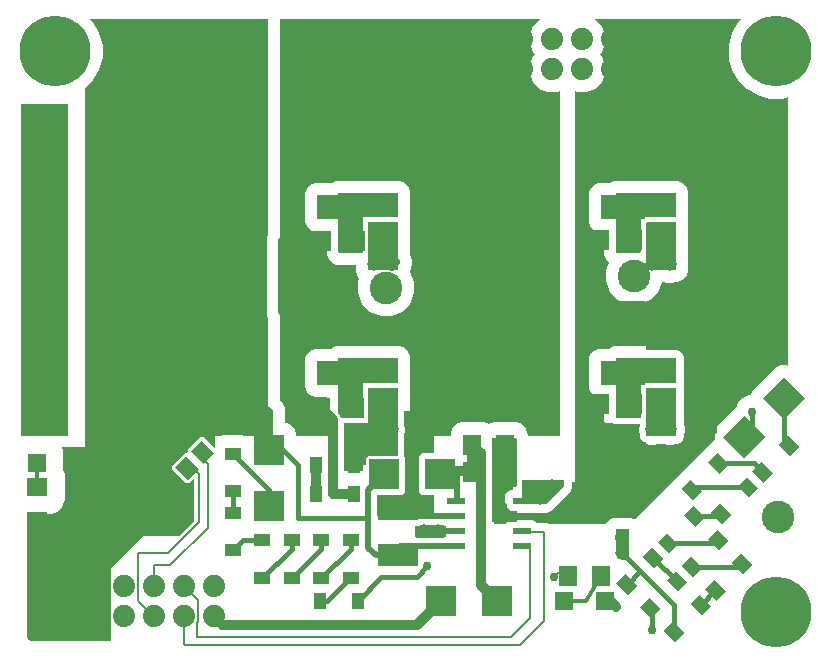
<source format=gbr>
G04 EAGLE Gerber RS-274X export*
G75*
%MOMM*%
%FSLAX34Y34*%
%LPD*%
%INTop Copper*%
%IPPOS*%
%AMOC8*
5,1,8,0,0,1.08239X$1,22.5*%
G01*
%ADD10R,1.600000X1.800000*%
%ADD11R,3.400000X1.900000*%
%ADD12R,1.520000X0.600000*%
%ADD13R,2.540000X2.540000*%
%ADD14R,1.114600X1.361200*%
%ADD15R,3.810000X2.082800*%
%ADD16R,8.890000X11.430000*%
%ADD17R,1.803000X1.600000*%
%ADD18R,1.600000X1.803000*%
%ADD19R,1.850000X5.500000*%
%ADD20R,1.361200X1.114600*%
%ADD21R,2.540000X2.540000*%
%ADD22R,1.500000X1.500000*%
%ADD23C,2.760000*%
%ADD24C,1.879600*%
%ADD25R,1.300000X1.500000*%
%ADD26C,6.000000*%
%ADD27C,0.812800*%
%ADD28C,0.508000*%
%ADD29C,0.656400*%
%ADD30C,0.756400*%
%ADD31C,0.406400*%
%ADD32C,0.304800*%
%ADD33C,1.206400*%
%ADD34C,1.156400*%
%ADD35C,0.200000*%
%ADD36C,0.150000*%
%ADD37C,0.152400*%

G36*
X360050Y121631D02*
X360050Y121631D01*
X360101Y121633D01*
X360133Y121651D01*
X360169Y121659D01*
X360208Y121692D01*
X360253Y121716D01*
X360274Y121746D01*
X360302Y121769D01*
X360323Y121816D01*
X360353Y121858D01*
X360361Y121900D01*
X360373Y121928D01*
X360372Y121958D01*
X360380Y122000D01*
X360380Y138919D01*
X360369Y138969D01*
X360367Y139020D01*
X360349Y139052D01*
X360341Y139088D01*
X360308Y139127D01*
X360284Y139172D01*
X360254Y139193D01*
X360231Y139221D01*
X360184Y139242D01*
X360142Y139272D01*
X360100Y139280D01*
X360072Y139292D01*
X360042Y139291D01*
X360000Y139299D01*
X350724Y139299D01*
X347794Y142229D01*
X347794Y171771D01*
X350724Y174701D01*
X360000Y174701D01*
X360050Y174712D01*
X360101Y174714D01*
X360133Y174732D01*
X360169Y174740D01*
X360208Y174773D01*
X360253Y174797D01*
X360274Y174827D01*
X360302Y174850D01*
X360323Y174897D01*
X360353Y174939D01*
X360361Y174981D01*
X360373Y175009D01*
X360372Y175039D01*
X360380Y175081D01*
X360380Y189620D01*
X374619Y189620D01*
X374669Y189631D01*
X374720Y189633D01*
X374752Y189651D01*
X374788Y189659D01*
X374827Y189692D01*
X374872Y189716D01*
X374893Y189746D01*
X374921Y189769D01*
X374942Y189816D01*
X374972Y189858D01*
X374980Y189900D01*
X374992Y189928D01*
X374991Y189958D01*
X374999Y190000D01*
X374999Y192989D01*
X376522Y196665D01*
X379335Y199478D01*
X383011Y201001D01*
X402989Y201001D01*
X406665Y199478D01*
X406731Y199412D01*
X406775Y199385D01*
X406812Y199350D01*
X406847Y199340D01*
X406878Y199321D01*
X406929Y199316D01*
X406978Y199301D01*
X407014Y199308D01*
X407051Y199304D01*
X407098Y199322D01*
X407149Y199331D01*
X407184Y199355D01*
X407213Y199366D01*
X407234Y199388D01*
X407269Y199412D01*
X407335Y199478D01*
X411011Y201001D01*
X430989Y201001D01*
X434665Y199478D01*
X437478Y196665D01*
X439001Y192989D01*
X439001Y192475D01*
X439001Y192473D01*
X439001Y192471D01*
X439030Y192329D01*
X440055Y189855D01*
X440092Y189803D01*
X440122Y189747D01*
X440142Y189733D01*
X440156Y189714D01*
X440212Y189684D01*
X440264Y189647D01*
X440290Y189642D01*
X440309Y189632D01*
X440346Y189631D01*
X440406Y189620D01*
X467000Y189620D01*
X467050Y189631D01*
X467101Y189633D01*
X467133Y189651D01*
X467169Y189659D01*
X467208Y189692D01*
X467253Y189716D01*
X467274Y189746D01*
X467302Y189769D01*
X467323Y189816D01*
X467353Y189858D01*
X467361Y189900D01*
X467373Y189928D01*
X467372Y189958D01*
X467380Y190000D01*
X467380Y481160D01*
X467371Y481197D01*
X467373Y481235D01*
X467352Y481280D01*
X467341Y481328D01*
X467316Y481358D01*
X467300Y481393D01*
X467262Y481424D01*
X467231Y481462D01*
X467195Y481478D01*
X467166Y481502D01*
X467117Y481513D01*
X467072Y481533D01*
X467034Y481531D01*
X466996Y481540D01*
X466937Y481528D01*
X466899Y481526D01*
X466881Y481516D01*
X466854Y481511D01*
X464659Y480601D01*
X456941Y480601D01*
X449811Y483555D01*
X444355Y489011D01*
X441401Y496141D01*
X441401Y503859D01*
X444355Y510989D01*
X445797Y512431D01*
X445824Y512474D01*
X445859Y512512D01*
X445869Y512547D01*
X445889Y512578D01*
X445893Y512629D01*
X445908Y512678D01*
X445902Y512714D01*
X445905Y512751D01*
X445887Y512798D01*
X445878Y512849D01*
X445854Y512884D01*
X445843Y512913D01*
X445821Y512934D01*
X445797Y512969D01*
X444355Y514411D01*
X441401Y521541D01*
X441401Y529259D01*
X444355Y536389D01*
X449811Y541845D01*
X450445Y542108D01*
X450455Y542115D01*
X450468Y542118D01*
X450525Y542166D01*
X450585Y542209D01*
X450592Y542220D01*
X450602Y542228D01*
X450632Y542296D01*
X450667Y542362D01*
X450667Y542375D01*
X450672Y542387D01*
X450670Y542461D01*
X450672Y542535D01*
X450666Y542547D01*
X450666Y542560D01*
X450630Y542625D01*
X450599Y542692D01*
X450589Y542701D01*
X450583Y542712D01*
X450523Y542755D01*
X450465Y542801D01*
X450452Y542804D01*
X450441Y542812D01*
X450299Y542839D01*
X230762Y542839D01*
X230712Y542828D01*
X230661Y542826D01*
X230629Y542808D01*
X230593Y542800D01*
X230554Y542767D01*
X230509Y542743D01*
X230488Y542713D01*
X230460Y542690D01*
X230439Y542643D01*
X230409Y542601D01*
X230401Y542559D01*
X230389Y542531D01*
X230390Y542501D01*
X230382Y542459D01*
X230382Y219666D01*
X230399Y219592D01*
X230401Y219579D01*
X230402Y219559D01*
X230406Y219551D01*
X230412Y219518D01*
X230419Y219507D01*
X230421Y219498D01*
X230445Y219469D01*
X230476Y219422D01*
X230485Y219407D01*
X230489Y219404D01*
X230493Y219397D01*
X231923Y217967D01*
X234065Y212798D01*
X234065Y200576D01*
X234076Y200526D01*
X234078Y200475D01*
X234096Y200443D01*
X234104Y200407D01*
X234137Y200368D01*
X234161Y200323D01*
X234191Y200302D01*
X234214Y200274D01*
X234261Y200253D01*
X234303Y200223D01*
X234345Y200215D01*
X234373Y200203D01*
X234403Y200204D01*
X234445Y200196D01*
X235689Y200196D01*
X239365Y198673D01*
X242178Y195860D01*
X243701Y192184D01*
X243701Y190000D01*
X243712Y189950D01*
X243714Y189899D01*
X243732Y189867D01*
X243740Y189831D01*
X243773Y189792D01*
X243797Y189747D01*
X243827Y189726D01*
X243850Y189698D01*
X243897Y189677D01*
X243939Y189647D01*
X243981Y189639D01*
X244009Y189627D01*
X244039Y189628D01*
X244081Y189620D01*
X274238Y189620D01*
X274288Y189631D01*
X274339Y189633D01*
X274371Y189651D01*
X274407Y189659D01*
X274446Y189692D01*
X274491Y189716D01*
X274512Y189746D01*
X274540Y189769D01*
X274561Y189816D01*
X274591Y189858D01*
X274599Y189900D01*
X274611Y189928D01*
X274610Y189958D01*
X274618Y190000D01*
X274618Y195738D01*
X274605Y195794D01*
X274605Y195804D01*
X274603Y195808D01*
X274597Y195863D01*
X274584Y195883D01*
X274579Y195907D01*
X274538Y195956D01*
X274504Y196009D01*
X274482Y196024D01*
X274469Y196040D01*
X274434Y196056D01*
X274384Y196089D01*
X274119Y196199D01*
X271199Y199119D01*
X269618Y202935D01*
X269618Y222105D01*
X269607Y222155D01*
X269605Y222206D01*
X269587Y222238D01*
X269579Y222274D01*
X269546Y222313D01*
X269522Y222358D01*
X269492Y222379D01*
X269469Y222407D01*
X269422Y222428D01*
X269380Y222458D01*
X269338Y222466D01*
X269310Y222478D01*
X269280Y222477D01*
X269238Y222485D01*
X259361Y222485D01*
X255685Y224008D01*
X252872Y226821D01*
X251349Y230497D01*
X251349Y255303D01*
X252872Y258979D01*
X255685Y261792D01*
X259361Y263315D01*
X273475Y263315D01*
X273549Y263332D01*
X273624Y263345D01*
X273634Y263352D01*
X273644Y263354D01*
X273673Y263378D01*
X273744Y263426D01*
X274119Y263801D01*
X277935Y265382D01*
X332065Y265382D01*
X335881Y263801D01*
X338801Y260881D01*
X340382Y257065D01*
X340382Y232935D01*
X340262Y232646D01*
X340249Y232570D01*
X340233Y232496D01*
X340235Y232484D01*
X340234Y232475D01*
X340245Y232439D01*
X340262Y232354D01*
X340382Y232065D01*
X340382Y210380D01*
X335762Y210380D01*
X335712Y210369D01*
X335661Y210367D01*
X335629Y210349D01*
X335593Y210341D01*
X335554Y210308D01*
X335509Y210284D01*
X335488Y210254D01*
X335460Y210231D01*
X335439Y210184D01*
X335409Y210142D01*
X335401Y210100D01*
X335389Y210072D01*
X335390Y210042D01*
X335382Y210000D01*
X335382Y198189D01*
X335382Y198187D01*
X335382Y198185D01*
X335411Y198043D01*
X335783Y197145D01*
X335783Y192855D01*
X335411Y191957D01*
X335410Y191955D01*
X335409Y191954D01*
X335382Y191811D01*
X335382Y172753D01*
X335399Y172679D01*
X335412Y172604D01*
X335419Y172594D01*
X335421Y172584D01*
X335445Y172555D01*
X335493Y172484D01*
X336206Y171771D01*
X336206Y142229D01*
X333276Y139299D01*
X312921Y139299D01*
X312871Y139288D01*
X312820Y139286D01*
X312788Y139268D01*
X312752Y139260D01*
X312713Y139227D01*
X312668Y139203D01*
X312647Y139173D01*
X312619Y139150D01*
X312598Y139103D01*
X312568Y139061D01*
X312560Y139019D01*
X312548Y138991D01*
X312549Y138961D01*
X312541Y138919D01*
X312541Y122000D01*
X312552Y121950D01*
X312554Y121899D01*
X312572Y121867D01*
X312580Y121831D01*
X312613Y121792D01*
X312637Y121747D01*
X312667Y121726D01*
X312690Y121698D01*
X312737Y121677D01*
X312779Y121647D01*
X312821Y121639D01*
X312849Y121627D01*
X312879Y121628D01*
X312921Y121620D01*
X360000Y121620D01*
X360050Y121631D01*
G37*
G36*
X83376Y16001D02*
X83376Y16001D01*
X86000Y16001D01*
X86064Y16010D01*
X86128Y16009D01*
X86203Y16030D01*
X86279Y16041D01*
X86338Y16067D01*
X86400Y16084D01*
X86466Y16125D01*
X86536Y16157D01*
X86585Y16199D01*
X86640Y16232D01*
X86692Y16290D01*
X86750Y16340D01*
X86786Y16394D01*
X86829Y16442D01*
X86862Y16511D01*
X86905Y16576D01*
X86924Y16638D01*
X86952Y16695D01*
X86963Y16765D01*
X86987Y16846D01*
X86988Y16931D01*
X86999Y17000D01*
X86999Y34334D01*
X86993Y34375D01*
X86996Y34417D01*
X86975Y34501D01*
X86959Y34613D01*
X86935Y34667D01*
X86923Y34717D01*
X86877Y34827D01*
X86877Y39173D01*
X86923Y39283D01*
X86934Y39324D01*
X86952Y39361D01*
X86965Y39446D01*
X86993Y39557D01*
X86991Y39615D01*
X86999Y39666D01*
X86999Y59734D01*
X86993Y59775D01*
X86996Y59817D01*
X86975Y59901D01*
X86959Y60013D01*
X86935Y60067D01*
X86923Y60117D01*
X86877Y60227D01*
X86877Y64573D01*
X86923Y64683D01*
X86934Y64724D01*
X86952Y64761D01*
X86965Y64846D01*
X86993Y64957D01*
X86991Y65015D01*
X86999Y65066D01*
X86999Y77586D01*
X114033Y104620D01*
X144158Y104620D01*
X144232Y104637D01*
X144307Y104650D01*
X144317Y104657D01*
X144327Y104659D01*
X144355Y104683D01*
X144427Y104731D01*
X157420Y117725D01*
X157460Y117789D01*
X157504Y117851D01*
X157506Y117863D01*
X157512Y117872D01*
X157515Y117909D01*
X157532Y117994D01*
X157532Y152764D01*
X157526Y152789D01*
X157528Y152814D01*
X157506Y152872D01*
X157492Y152932D01*
X157476Y152952D01*
X157467Y152976D01*
X157421Y153018D01*
X157382Y153066D01*
X157359Y153076D01*
X157340Y153094D01*
X157280Y153112D01*
X157224Y153137D01*
X157198Y153136D01*
X157173Y153143D01*
X157113Y153133D01*
X157051Y153130D01*
X157028Y153118D01*
X157003Y153113D01*
X156931Y153065D01*
X156899Y153047D01*
X156893Y153039D01*
X156883Y153032D01*
X153233Y149382D01*
X150747Y149382D01*
X138382Y161747D01*
X138382Y164233D01*
X149332Y175183D01*
X151437Y175183D01*
X151487Y175194D01*
X151538Y175196D01*
X151570Y175214D01*
X151606Y175222D01*
X151645Y175255D01*
X151690Y175279D01*
X151711Y175309D01*
X151739Y175332D01*
X151760Y175379D01*
X151790Y175421D01*
X151798Y175463D01*
X151810Y175490D01*
X151809Y175521D01*
X151817Y175563D01*
X151817Y177668D01*
X162767Y188618D01*
X165253Y188618D01*
X174731Y179140D01*
X174753Y179126D01*
X174769Y179106D01*
X174826Y179081D01*
X174878Y179049D01*
X174904Y179046D01*
X174928Y179036D01*
X174989Y179038D01*
X175051Y179032D01*
X175075Y179041D01*
X175101Y179042D01*
X175155Y179072D01*
X175213Y179094D01*
X175230Y179113D01*
X175253Y179125D01*
X175288Y179175D01*
X175330Y179221D01*
X175338Y179245D01*
X175353Y179267D01*
X175369Y179351D01*
X175380Y179387D01*
X175378Y179397D01*
X175380Y179409D01*
X175380Y189620D01*
X180023Y189620D01*
X180025Y189620D01*
X180027Y189620D01*
X180169Y189649D01*
X181205Y190078D01*
X198795Y190078D01*
X199831Y189649D01*
X199833Y189648D01*
X199834Y189647D01*
X199977Y189620D01*
X220000Y189620D01*
X220050Y189631D01*
X220101Y189633D01*
X220133Y189651D01*
X220169Y189659D01*
X220208Y189692D01*
X220253Y189716D01*
X220274Y189746D01*
X220302Y189769D01*
X220323Y189816D01*
X220353Y189858D01*
X220361Y189900D01*
X220373Y189928D01*
X220372Y189958D01*
X220380Y190000D01*
X220380Y288638D01*
X220380Y288640D01*
X220380Y288642D01*
X220351Y288784D01*
X218935Y292202D01*
X218935Y357178D01*
X220351Y360596D01*
X220352Y360598D01*
X220353Y360599D01*
X220361Y360640D01*
X220369Y360660D01*
X220369Y360681D01*
X220380Y360742D01*
X220380Y542459D01*
X220369Y542509D01*
X220367Y542560D01*
X220349Y542592D01*
X220341Y542628D01*
X220308Y542667D01*
X220284Y542712D01*
X220254Y542733D01*
X220231Y542761D01*
X220184Y542782D01*
X220142Y542812D01*
X220100Y542820D01*
X220072Y542832D01*
X220042Y542831D01*
X220000Y542839D01*
X69648Y542839D01*
X69623Y542833D01*
X69597Y542836D01*
X69540Y542814D01*
X69480Y542800D01*
X69460Y542783D01*
X69436Y542774D01*
X69394Y542729D01*
X69346Y542690D01*
X69335Y542666D01*
X69318Y542647D01*
X69300Y542588D01*
X69275Y542531D01*
X69276Y542506D01*
X69269Y542481D01*
X69279Y542420D01*
X69282Y542358D01*
X69294Y542336D01*
X69298Y542310D01*
X69347Y542239D01*
X69364Y542206D01*
X69373Y542200D01*
X69379Y542190D01*
X72009Y539561D01*
X77275Y530440D01*
X78148Y527181D01*
X79371Y522618D01*
X80001Y520266D01*
X80001Y509734D01*
X77275Y499560D01*
X72009Y490439D01*
X64731Y483162D01*
X64691Y483097D01*
X64647Y483035D01*
X64645Y483023D01*
X64640Y483014D01*
X64636Y482977D01*
X64620Y482893D01*
X64620Y180380D01*
X45663Y180380D01*
X45625Y180371D01*
X45587Y180373D01*
X45542Y180352D01*
X45494Y180341D01*
X45465Y180316D01*
X45430Y180300D01*
X45399Y180262D01*
X45361Y180231D01*
X45345Y180195D01*
X45321Y180166D01*
X45310Y180118D01*
X45290Y180072D01*
X45291Y180034D01*
X45283Y179996D01*
X45295Y179937D01*
X45296Y179899D01*
X45306Y179881D01*
X45312Y179854D01*
X46501Y176984D01*
X46501Y160937D01*
X46501Y160935D01*
X46501Y160933D01*
X46530Y160792D01*
X48016Y157204D01*
X48016Y135236D01*
X45732Y129723D01*
X41512Y125503D01*
X35999Y123219D01*
X16381Y123219D01*
X16331Y123208D01*
X16280Y123206D01*
X16248Y123188D01*
X16212Y123180D01*
X16173Y123147D01*
X16128Y123123D01*
X16107Y123093D01*
X16079Y123070D01*
X16058Y123023D01*
X16028Y122981D01*
X16020Y122939D01*
X16008Y122911D01*
X16009Y122881D01*
X16001Y122839D01*
X16001Y20000D01*
X16001Y19000D01*
X16011Y18927D01*
X16010Y18871D01*
X16017Y18846D01*
X16019Y18809D01*
X16034Y18766D01*
X16041Y18721D01*
X16070Y18656D01*
X16086Y18599D01*
X16100Y18575D01*
X16112Y18542D01*
X16137Y18508D01*
X16157Y18464D01*
X16201Y18413D01*
X16234Y18359D01*
X16269Y18327D01*
X16293Y18293D01*
X16553Y18034D01*
X16800Y17607D01*
X16826Y17579D01*
X16860Y17528D01*
X17528Y16860D01*
X17560Y16840D01*
X17607Y16800D01*
X18034Y16553D01*
X18293Y16293D01*
X18370Y16236D01*
X18442Y16171D01*
X18483Y16151D01*
X18519Y16124D01*
X18609Y16090D01*
X18695Y16048D01*
X18737Y16042D01*
X18783Y16025D01*
X18911Y16015D01*
X19000Y16001D01*
X20000Y16001D01*
X83376Y16001D01*
X83376Y16001D01*
G37*
G36*
X420460Y114634D02*
X420460Y114634D01*
X420524Y114641D01*
X420544Y114654D01*
X420567Y114659D01*
X420616Y114700D01*
X420670Y114734D01*
X420685Y114756D01*
X420701Y114769D01*
X420716Y114804D01*
X420750Y114855D01*
X421065Y115616D01*
X422069Y116620D01*
X424740Y116620D01*
X424814Y116637D01*
X424889Y116650D01*
X424890Y116651D01*
X430000Y116651D01*
X430050Y116662D01*
X430101Y116664D01*
X430133Y116682D01*
X430169Y116690D01*
X430208Y116723D01*
X430253Y116747D01*
X430274Y116777D01*
X430302Y116800D01*
X430323Y116847D01*
X430353Y116889D01*
X430361Y116931D01*
X430373Y116959D01*
X430372Y116989D01*
X430380Y117031D01*
X430380Y118651D01*
X443593Y118651D01*
X446166Y117585D01*
X447638Y116112D01*
X447703Y116072D01*
X447765Y116028D01*
X447777Y116026D01*
X447786Y116021D01*
X447823Y116017D01*
X447907Y116001D01*
X455591Y116001D01*
X458532Y114783D01*
X458584Y114731D01*
X458648Y114691D01*
X458710Y114647D01*
X458722Y114645D01*
X458731Y114640D01*
X458768Y114636D01*
X458852Y114620D01*
X505422Y114620D01*
X505484Y114634D01*
X505547Y114641D01*
X505568Y114654D01*
X505591Y114659D01*
X505640Y114700D01*
X505694Y114734D01*
X505709Y114756D01*
X505725Y114769D01*
X505740Y114804D01*
X505774Y114855D01*
X506199Y115881D01*
X509119Y118801D01*
X512935Y120382D01*
X527065Y120382D01*
X530263Y119057D01*
X530326Y119047D01*
X530386Y119029D01*
X530410Y119033D01*
X530434Y119029D01*
X530495Y119048D01*
X530557Y119058D01*
X530580Y119074D01*
X530600Y119080D01*
X530627Y119106D01*
X530677Y119140D01*
X598314Y186776D01*
X598354Y186841D01*
X598398Y186903D01*
X598400Y186915D01*
X598405Y186923D01*
X598409Y186960D01*
X598425Y187045D01*
X598425Y189779D01*
X599491Y192352D01*
X600269Y193130D01*
X600309Y193195D01*
X600353Y193257D01*
X600355Y193269D01*
X600360Y193277D01*
X600364Y193314D01*
X600380Y193399D01*
X600380Y197484D01*
X616573Y213677D01*
X616574Y213679D01*
X616576Y213680D01*
X616600Y213716D01*
X616611Y213725D01*
X616621Y213748D01*
X616656Y213800D01*
X618316Y217807D01*
X622193Y221684D01*
X627258Y223783D01*
X628473Y223783D01*
X628535Y223797D01*
X628598Y223804D01*
X628618Y223817D01*
X628641Y223822D01*
X628691Y223863D01*
X628744Y223897D01*
X628759Y223919D01*
X628775Y223932D01*
X628791Y223967D01*
X628824Y224017D01*
X630175Y227278D01*
X650948Y248052D01*
X654624Y249575D01*
X658603Y249575D01*
X659854Y249056D01*
X659892Y249050D01*
X659928Y249034D01*
X659977Y249036D01*
X660025Y249028D01*
X660062Y249039D01*
X660101Y249041D01*
X660144Y249064D01*
X660191Y249079D01*
X660219Y249105D01*
X660253Y249124D01*
X660281Y249164D01*
X660317Y249198D01*
X660330Y249234D01*
X660353Y249265D01*
X660364Y249325D01*
X660377Y249360D01*
X660375Y249381D01*
X660380Y249408D01*
X660380Y475874D01*
X660377Y475887D01*
X660379Y475901D01*
X660358Y475971D01*
X660341Y476043D01*
X660332Y476053D01*
X660328Y476066D01*
X660277Y476120D01*
X660231Y476176D01*
X660218Y476182D01*
X660209Y476192D01*
X660140Y476217D01*
X660072Y476247D01*
X660059Y476247D01*
X660046Y476251D01*
X659902Y476241D01*
X659899Y476241D01*
X655266Y474999D01*
X644734Y474999D01*
X634560Y477725D01*
X625439Y482991D01*
X617991Y490439D01*
X612725Y499560D01*
X610568Y507609D01*
X610568Y507610D01*
X609999Y509734D01*
X609999Y520266D01*
X612725Y530440D01*
X617991Y539561D01*
X620621Y542190D01*
X620634Y542212D01*
X620654Y542228D01*
X620679Y542285D01*
X620712Y542337D01*
X620714Y542363D01*
X620725Y542387D01*
X620723Y542448D01*
X620729Y542510D01*
X620719Y542534D01*
X620718Y542560D01*
X620689Y542614D01*
X620667Y542672D01*
X620648Y542689D01*
X620636Y542712D01*
X620585Y542747D01*
X620540Y542789D01*
X620515Y542797D01*
X620494Y542812D01*
X620409Y542828D01*
X620374Y542839D01*
X620364Y542837D01*
X620352Y542839D01*
X496701Y542839D01*
X496688Y542836D01*
X496675Y542838D01*
X496604Y542817D01*
X496532Y542800D01*
X496522Y542792D01*
X496510Y542788D01*
X496456Y542737D01*
X496398Y542690D01*
X496393Y542678D01*
X496384Y542669D01*
X496358Y542599D01*
X496328Y542531D01*
X496328Y542519D01*
X496324Y542506D01*
X496331Y542432D01*
X496334Y542358D01*
X496340Y542347D01*
X496342Y542334D01*
X496382Y542271D01*
X496417Y542206D01*
X496427Y542199D01*
X496434Y542188D01*
X496555Y542108D01*
X497189Y541845D01*
X502645Y536389D01*
X505599Y529259D01*
X505599Y521541D01*
X502645Y514411D01*
X501203Y512969D01*
X501176Y512926D01*
X501141Y512888D01*
X501131Y512853D01*
X501111Y512822D01*
X501107Y512771D01*
X501092Y512722D01*
X501098Y512686D01*
X501095Y512649D01*
X501113Y512601D01*
X501122Y512551D01*
X501146Y512516D01*
X501157Y512487D01*
X501179Y512466D01*
X501203Y512431D01*
X502645Y510989D01*
X505599Y503859D01*
X505599Y496141D01*
X502645Y489011D01*
X497189Y483555D01*
X490059Y480601D01*
X482341Y480601D01*
X480146Y481511D01*
X480108Y481517D01*
X480072Y481533D01*
X480023Y481531D01*
X479975Y481539D01*
X479938Y481528D01*
X479899Y481526D01*
X479856Y481503D01*
X479809Y481488D01*
X479781Y481462D01*
X479747Y481443D01*
X479719Y481403D01*
X479683Y481369D01*
X479670Y481333D01*
X479647Y481302D01*
X479636Y481242D01*
X479623Y481207D01*
X479625Y481186D01*
X479620Y481160D01*
X479620Y150380D01*
X477762Y150380D01*
X477712Y150369D01*
X477661Y150367D01*
X477629Y150349D01*
X477593Y150341D01*
X477554Y150308D01*
X477509Y150284D01*
X477488Y150254D01*
X477460Y150231D01*
X477439Y150184D01*
X477409Y150142D01*
X477401Y150100D01*
X477389Y150072D01*
X477389Y150057D01*
X477389Y150055D01*
X477389Y150039D01*
X477382Y150000D01*
X477382Y145532D01*
X476258Y142819D01*
X459181Y125742D01*
X456468Y124618D01*
X453586Y124618D01*
X453585Y124618D01*
X453583Y124618D01*
X453441Y124589D01*
X452543Y124217D01*
X447457Y124217D01*
X446559Y124589D01*
X446557Y124590D01*
X446556Y124591D01*
X446414Y124618D01*
X445042Y124618D01*
X445040Y124618D01*
X445038Y124618D01*
X444896Y124589D01*
X443593Y124049D01*
X430380Y124049D01*
X430380Y125669D01*
X430369Y125719D01*
X430367Y125770D01*
X430349Y125802D01*
X430341Y125838D01*
X430308Y125877D01*
X430284Y125922D01*
X430254Y125943D01*
X430231Y125971D01*
X430184Y125992D01*
X430142Y126022D01*
X430100Y126030D01*
X430072Y126042D01*
X430042Y126041D01*
X430000Y126049D01*
X424929Y126049D01*
X421999Y128979D01*
X421999Y132000D01*
X421988Y132050D01*
X421986Y132101D01*
X421968Y132133D01*
X421960Y132169D01*
X421927Y132208D01*
X421903Y132253D01*
X421873Y132274D01*
X421850Y132302D01*
X421803Y132323D01*
X421761Y132353D01*
X421719Y132361D01*
X421691Y132373D01*
X421661Y132372D01*
X421619Y132380D01*
X420380Y132380D01*
X420380Y139362D01*
X421065Y141016D01*
X423034Y142985D01*
X425607Y144051D01*
X427238Y144051D01*
X427288Y144062D01*
X427339Y144064D01*
X427371Y144082D01*
X427407Y144090D01*
X427446Y144123D01*
X427491Y144147D01*
X427512Y144177D01*
X427540Y144200D01*
X427561Y144247D01*
X427591Y144289D01*
X427599Y144331D01*
X427611Y144359D01*
X427610Y144389D01*
X427618Y144431D01*
X427618Y146620D01*
X430000Y146620D01*
X430050Y146631D01*
X430101Y146633D01*
X430133Y146651D01*
X430169Y146659D01*
X430208Y146692D01*
X430253Y146716D01*
X430274Y146746D01*
X430302Y146769D01*
X430323Y146816D01*
X430353Y146858D01*
X430361Y146900D01*
X430373Y146928D01*
X430372Y146958D01*
X430380Y147000D01*
X430380Y187000D01*
X430369Y187050D01*
X430367Y187101D01*
X430349Y187133D01*
X430341Y187169D01*
X430308Y187208D01*
X430284Y187253D01*
X430254Y187274D01*
X430231Y187302D01*
X430184Y187323D01*
X430142Y187353D01*
X430100Y187361D01*
X430072Y187373D01*
X430042Y187372D01*
X430000Y187380D01*
X410000Y187380D01*
X409950Y187369D01*
X409899Y187367D01*
X409867Y187349D01*
X409831Y187341D01*
X409792Y187308D01*
X409747Y187284D01*
X409726Y187254D01*
X409698Y187231D01*
X409677Y187184D01*
X409647Y187142D01*
X409639Y187100D01*
X409627Y187072D01*
X409628Y187042D01*
X409628Y187040D01*
X409627Y187038D01*
X409627Y187036D01*
X409620Y187000D01*
X409620Y117000D01*
X409631Y116950D01*
X409633Y116899D01*
X409651Y116867D01*
X409659Y116831D01*
X409692Y116792D01*
X409716Y116747D01*
X409746Y116726D01*
X409769Y116698D01*
X409816Y116677D01*
X409858Y116647D01*
X409900Y116639D01*
X409928Y116627D01*
X409958Y116628D01*
X410000Y116620D01*
X411065Y116620D01*
X411065Y115000D01*
X411076Y114950D01*
X411078Y114899D01*
X411096Y114867D01*
X411104Y114831D01*
X411137Y114792D01*
X411161Y114747D01*
X411191Y114726D01*
X411214Y114698D01*
X411261Y114677D01*
X411303Y114647D01*
X411345Y114639D01*
X411373Y114627D01*
X411403Y114628D01*
X411445Y114620D01*
X420399Y114620D01*
X420460Y114634D01*
G37*
G36*
X50050Y189631D02*
X50050Y189631D01*
X50101Y189633D01*
X50133Y189651D01*
X50169Y189659D01*
X50208Y189692D01*
X50253Y189716D01*
X50274Y189746D01*
X50302Y189769D01*
X50323Y189816D01*
X50353Y189858D01*
X50361Y189900D01*
X50373Y189928D01*
X50372Y189958D01*
X50380Y190000D01*
X50380Y470000D01*
X50369Y470050D01*
X50367Y470101D01*
X50349Y470133D01*
X50341Y470169D01*
X50308Y470208D01*
X50284Y470253D01*
X50254Y470274D01*
X50231Y470302D01*
X50184Y470323D01*
X50142Y470353D01*
X50100Y470361D01*
X50072Y470373D01*
X50042Y470372D01*
X50000Y470380D01*
X11541Y470380D01*
X11491Y470369D01*
X11440Y470367D01*
X11408Y470349D01*
X11372Y470341D01*
X11333Y470308D01*
X11288Y470284D01*
X11267Y470254D01*
X11239Y470231D01*
X11218Y470184D01*
X11188Y470142D01*
X11180Y470100D01*
X11168Y470072D01*
X11169Y470042D01*
X11161Y470000D01*
X11161Y190000D01*
X11172Y189950D01*
X11174Y189899D01*
X11192Y189867D01*
X11200Y189831D01*
X11233Y189792D01*
X11257Y189747D01*
X11287Y189726D01*
X11310Y189698D01*
X11357Y189677D01*
X11399Y189647D01*
X11441Y189639D01*
X11469Y189627D01*
X11499Y189628D01*
X11541Y189620D01*
X50000Y189620D01*
X50050Y189631D01*
G37*
%LPC*%
G36*
X315266Y291199D02*
X315266Y291199D01*
X306518Y294823D01*
X299823Y301518D01*
X296199Y310266D01*
X296199Y319734D01*
X297386Y322600D01*
X297392Y322633D01*
X297392Y322635D01*
X297392Y322637D01*
X297397Y322663D01*
X297415Y322723D01*
X297410Y322747D01*
X297414Y322771D01*
X297396Y322832D01*
X297385Y322894D01*
X297370Y322916D01*
X297364Y322936D01*
X297338Y322964D01*
X297304Y323014D01*
X296199Y324119D01*
X294618Y327935D01*
X294618Y330817D01*
X294618Y330819D01*
X294618Y330820D01*
X294589Y330962D01*
X294217Y331861D01*
X294217Y334238D01*
X294206Y334288D01*
X294204Y334339D01*
X294186Y334371D01*
X294178Y334407D01*
X294145Y334446D01*
X294121Y334491D01*
X294091Y334512D01*
X294068Y334540D01*
X294021Y334561D01*
X293979Y334591D01*
X293937Y334599D01*
X293909Y334611D01*
X293879Y334610D01*
X293837Y334618D01*
X277935Y334618D01*
X274119Y336199D01*
X271199Y339119D01*
X269618Y342935D01*
X269618Y362105D01*
X269607Y362155D01*
X269605Y362206D01*
X269587Y362238D01*
X269579Y362274D01*
X269546Y362313D01*
X269522Y362358D01*
X269492Y362379D01*
X269469Y362407D01*
X269422Y362428D01*
X269380Y362458D01*
X269338Y362466D01*
X269310Y362478D01*
X269280Y362477D01*
X269238Y362485D01*
X259361Y362485D01*
X255685Y364008D01*
X252872Y366821D01*
X251349Y370497D01*
X251349Y395303D01*
X252872Y398979D01*
X255685Y401792D01*
X259361Y403315D01*
X273475Y403315D01*
X273549Y403332D01*
X273624Y403345D01*
X273634Y403352D01*
X273644Y403354D01*
X273673Y403378D01*
X273744Y403426D01*
X274119Y403801D01*
X277935Y405382D01*
X332065Y405382D01*
X335881Y403801D01*
X338801Y400881D01*
X340382Y397065D01*
X340382Y372935D01*
X340262Y372646D01*
X340256Y372610D01*
X340248Y372592D01*
X340249Y372568D01*
X340233Y372496D01*
X340235Y372484D01*
X340234Y372475D01*
X340245Y372439D01*
X340262Y372354D01*
X340382Y372065D01*
X340382Y343008D01*
X340389Y342975D01*
X340388Y342941D01*
X340412Y342877D01*
X340421Y342839D01*
X340432Y342826D01*
X340440Y342806D01*
X341083Y341780D01*
X341276Y340634D01*
X341290Y340602D01*
X341300Y340552D01*
X341745Y339478D01*
X341745Y337891D01*
X341751Y337864D01*
X341750Y337827D01*
X342014Y336263D01*
X341754Y335130D01*
X341755Y335095D01*
X341745Y335045D01*
X341745Y333882D01*
X341137Y332416D01*
X341133Y332389D01*
X341118Y332356D01*
X341042Y332025D01*
X341043Y331991D01*
X341033Y331940D01*
X341033Y331811D01*
X340956Y331626D01*
X340952Y331599D01*
X340937Y331566D01*
X340763Y330809D01*
X340452Y330371D01*
X340435Y330330D01*
X340409Y330293D01*
X340400Y330243D01*
X340387Y330211D01*
X340388Y330185D01*
X340382Y330151D01*
X340382Y328064D01*
X340382Y328062D01*
X340382Y328061D01*
X340411Y327919D01*
X343801Y319734D01*
X343801Y310266D01*
X340177Y301518D01*
X333482Y294823D01*
X324734Y291199D01*
X315266Y291199D01*
G37*
%LPD*%
%LPC*%
G36*
X525266Y301199D02*
X525266Y301199D01*
X516518Y304823D01*
X509823Y311518D01*
X506199Y320266D01*
X506199Y329734D01*
X508851Y336135D01*
X508861Y336198D01*
X508879Y336259D01*
X508875Y336283D01*
X508879Y336306D01*
X508860Y336367D01*
X508849Y336430D01*
X508834Y336452D01*
X508828Y336472D01*
X508802Y336499D01*
X508768Y336550D01*
X506199Y339119D01*
X504618Y342935D01*
X504618Y362105D01*
X504607Y362155D01*
X504605Y362206D01*
X504587Y362238D01*
X504579Y362274D01*
X504546Y362313D01*
X504522Y362358D01*
X504492Y362379D01*
X504469Y362407D01*
X504422Y362428D01*
X504380Y362458D01*
X504338Y362466D01*
X504310Y362478D01*
X504280Y362477D01*
X504238Y362485D01*
X499361Y362485D01*
X495685Y364008D01*
X492872Y366821D01*
X491349Y370497D01*
X491349Y395303D01*
X492872Y398979D01*
X495685Y401792D01*
X499361Y403315D01*
X508475Y403315D01*
X508549Y403332D01*
X508624Y403345D01*
X508634Y403352D01*
X508644Y403354D01*
X508673Y403378D01*
X508744Y403426D01*
X509119Y403801D01*
X512935Y405382D01*
X567065Y405382D01*
X570881Y403801D01*
X573801Y400881D01*
X575382Y397065D01*
X575382Y372935D01*
X575262Y372646D01*
X575256Y372610D01*
X575248Y372592D01*
X575249Y372568D01*
X575233Y372496D01*
X575235Y372484D01*
X575234Y372475D01*
X575245Y372439D01*
X575262Y372354D01*
X575382Y372065D01*
X575382Y339183D01*
X575382Y339181D01*
X575382Y339180D01*
X575411Y339038D01*
X575783Y338139D01*
X575783Y331861D01*
X575411Y330962D01*
X575410Y330961D01*
X575409Y330959D01*
X575382Y330817D01*
X575382Y327935D01*
X573801Y324119D01*
X570881Y321199D01*
X567065Y319618D01*
X564183Y319618D01*
X564181Y319618D01*
X564180Y319618D01*
X564038Y319589D01*
X563139Y319217D01*
X556861Y319217D01*
X555962Y319589D01*
X555961Y319590D01*
X555959Y319591D01*
X555817Y319618D01*
X553787Y319618D01*
X553725Y319604D01*
X553662Y319597D01*
X553641Y319584D01*
X553618Y319579D01*
X553569Y319538D01*
X553515Y319504D01*
X553500Y319482D01*
X553484Y319469D01*
X553469Y319434D01*
X553435Y319384D01*
X550177Y311518D01*
X543482Y304823D01*
X534734Y301199D01*
X525266Y301199D01*
G37*
%LPD*%
%LPC*%
G36*
X542457Y182217D02*
X542457Y182217D01*
X541559Y182589D01*
X541557Y182590D01*
X541556Y182591D01*
X541414Y182618D01*
X540380Y182618D01*
X540380Y184238D01*
X540369Y184288D01*
X540367Y184339D01*
X540349Y184371D01*
X540341Y184407D01*
X540308Y184446D01*
X540284Y184491D01*
X540254Y184512D01*
X540231Y184540D01*
X540184Y184561D01*
X540142Y184591D01*
X540100Y184599D01*
X540072Y184611D01*
X540042Y184610D01*
X540000Y184618D01*
X537771Y184618D01*
X534618Y187771D01*
X534618Y191811D01*
X534618Y191813D01*
X534618Y191815D01*
X534589Y191957D01*
X534217Y192855D01*
X534217Y197145D01*
X534589Y198043D01*
X534590Y198045D01*
X534591Y198046D01*
X534598Y198087D01*
X534607Y198106D01*
X534606Y198127D01*
X534618Y198189D01*
X534618Y199238D01*
X534607Y199288D01*
X534605Y199339D01*
X534587Y199371D01*
X534579Y199407D01*
X534546Y199446D01*
X534522Y199491D01*
X534492Y199512D01*
X534469Y199540D01*
X534422Y199561D01*
X534380Y199591D01*
X534338Y199599D01*
X534310Y199611D01*
X534280Y199610D01*
X534238Y199618D01*
X512771Y199618D01*
X512120Y200269D01*
X512056Y200309D01*
X511994Y200353D01*
X511982Y200355D01*
X511973Y200360D01*
X511936Y200364D01*
X511851Y200380D01*
X505676Y200380D01*
X504618Y202935D01*
X504618Y222105D01*
X504607Y222155D01*
X504605Y222206D01*
X504587Y222238D01*
X504579Y222274D01*
X504546Y222313D01*
X504522Y222358D01*
X504492Y222379D01*
X504469Y222407D01*
X504422Y222428D01*
X504380Y222458D01*
X504338Y222466D01*
X504310Y222478D01*
X504280Y222477D01*
X504238Y222485D01*
X499361Y222485D01*
X495685Y224008D01*
X492872Y226821D01*
X491349Y230497D01*
X491349Y255303D01*
X492872Y258979D01*
X495685Y261792D01*
X499361Y263315D01*
X508475Y263315D01*
X508549Y263332D01*
X508624Y263345D01*
X508634Y263352D01*
X508644Y263354D01*
X508673Y263378D01*
X508744Y263426D01*
X509119Y263801D01*
X512935Y265382D01*
X539620Y265382D01*
X539620Y262762D01*
X539631Y262712D01*
X539633Y262661D01*
X539651Y262629D01*
X539659Y262593D01*
X539692Y262554D01*
X539716Y262509D01*
X539746Y262488D01*
X539769Y262460D01*
X539816Y262439D01*
X539858Y262409D01*
X539900Y262401D01*
X539928Y262389D01*
X539958Y262390D01*
X540000Y262382D01*
X566468Y262382D01*
X569181Y261258D01*
X571258Y259181D01*
X572382Y256468D01*
X572382Y233532D01*
X572015Y232646D01*
X572007Y232599D01*
X571994Y232570D01*
X571995Y232538D01*
X571986Y232496D01*
X571988Y232484D01*
X571987Y232475D01*
X571997Y232439D01*
X571999Y232431D01*
X572000Y232397D01*
X572009Y232380D01*
X572015Y232354D01*
X572382Y231468D01*
X572382Y198586D01*
X572382Y198585D01*
X572382Y198583D01*
X572411Y198441D01*
X572783Y197543D01*
X572783Y192457D01*
X572411Y191559D01*
X572410Y191557D01*
X572409Y191556D01*
X572402Y191516D01*
X572396Y191503D01*
X572396Y191488D01*
X572382Y191414D01*
X572382Y188532D01*
X571258Y185819D01*
X569181Y183742D01*
X566468Y182618D01*
X563586Y182618D01*
X563585Y182618D01*
X563583Y182618D01*
X563441Y182589D01*
X562543Y182217D01*
X557457Y182217D01*
X556559Y182589D01*
X556557Y182590D01*
X556556Y182591D01*
X556414Y182618D01*
X548586Y182618D01*
X548585Y182618D01*
X548583Y182618D01*
X548441Y182589D01*
X547543Y182217D01*
X542457Y182217D01*
G37*
%LPD*%
G36*
X300050Y159631D02*
X300050Y159631D01*
X300101Y159633D01*
X300133Y159651D01*
X300169Y159659D01*
X300208Y159692D01*
X300253Y159716D01*
X300274Y159746D01*
X300302Y159769D01*
X300323Y159816D01*
X300353Y159858D01*
X300361Y159900D01*
X300373Y159928D01*
X300372Y159958D01*
X300380Y160000D01*
X300380Y164620D01*
X302884Y164620D01*
X302934Y164631D01*
X302985Y164633D01*
X303017Y164651D01*
X303053Y164659D01*
X303092Y164692D01*
X303137Y164716D01*
X303158Y164746D01*
X303186Y164769D01*
X303207Y164816D01*
X303237Y164858D01*
X303245Y164900D01*
X303257Y164928D01*
X303256Y164958D01*
X303264Y165000D01*
X303264Y170752D01*
X304753Y172241D01*
X330000Y172241D01*
X330050Y172252D01*
X330101Y172254D01*
X330133Y172272D01*
X330169Y172280D01*
X330208Y172313D01*
X330253Y172337D01*
X330274Y172367D01*
X330302Y172390D01*
X330323Y172437D01*
X330353Y172479D01*
X330361Y172521D01*
X330373Y172549D01*
X330372Y172579D01*
X330380Y172621D01*
X330380Y230000D01*
X330369Y230050D01*
X330367Y230101D01*
X330349Y230133D01*
X330341Y230169D01*
X330308Y230208D01*
X330284Y230253D01*
X330254Y230274D01*
X330231Y230302D01*
X330184Y230323D01*
X330142Y230353D01*
X330100Y230361D01*
X330072Y230373D01*
X330042Y230372D01*
X330000Y230380D01*
X305000Y230380D01*
X304950Y230369D01*
X304899Y230367D01*
X304867Y230349D01*
X304831Y230341D01*
X304792Y230308D01*
X304747Y230284D01*
X304726Y230254D01*
X304698Y230231D01*
X304677Y230184D01*
X304647Y230142D01*
X304639Y230100D01*
X304627Y230072D01*
X304628Y230042D01*
X304620Y230000D01*
X304620Y200380D01*
X285000Y200380D01*
X284950Y200369D01*
X284899Y200367D01*
X284867Y200349D01*
X284831Y200341D01*
X284792Y200308D01*
X284747Y200284D01*
X284726Y200254D01*
X284698Y200231D01*
X284677Y200184D01*
X284647Y200142D01*
X284639Y200100D01*
X284627Y200072D01*
X284628Y200042D01*
X284620Y200000D01*
X284620Y160000D01*
X284631Y159950D01*
X284633Y159899D01*
X284651Y159867D01*
X284659Y159831D01*
X284692Y159792D01*
X284716Y159747D01*
X284746Y159726D01*
X284769Y159698D01*
X284816Y159677D01*
X284858Y159647D01*
X284900Y159639D01*
X284928Y159627D01*
X284958Y159628D01*
X285000Y159620D01*
X300000Y159620D01*
X300050Y159631D01*
G37*
G36*
X535050Y344631D02*
X535050Y344631D01*
X535101Y344633D01*
X535133Y344651D01*
X535169Y344659D01*
X535208Y344692D01*
X535253Y344716D01*
X535274Y344746D01*
X535302Y344769D01*
X535323Y344816D01*
X535353Y344858D01*
X535361Y344900D01*
X535373Y344928D01*
X535372Y344958D01*
X535380Y345000D01*
X535380Y374620D01*
X565000Y374620D01*
X565050Y374631D01*
X565101Y374633D01*
X565133Y374651D01*
X565169Y374659D01*
X565208Y374692D01*
X565253Y374716D01*
X565274Y374746D01*
X565302Y374769D01*
X565323Y374816D01*
X565353Y374858D01*
X565361Y374900D01*
X565373Y374928D01*
X565372Y374958D01*
X565380Y375000D01*
X565380Y395000D01*
X565369Y395050D01*
X565367Y395101D01*
X565349Y395133D01*
X565341Y395169D01*
X565308Y395208D01*
X565284Y395253D01*
X565254Y395274D01*
X565231Y395302D01*
X565184Y395323D01*
X565142Y395353D01*
X565100Y395361D01*
X565072Y395373D01*
X565042Y395372D01*
X565000Y395380D01*
X515000Y395380D01*
X514950Y395369D01*
X514899Y395367D01*
X514867Y395349D01*
X514831Y395341D01*
X514792Y395308D01*
X514747Y395284D01*
X514726Y395254D01*
X514698Y395231D01*
X514677Y395184D01*
X514647Y395142D01*
X514639Y395100D01*
X514627Y395072D01*
X514628Y395042D01*
X514620Y395000D01*
X514620Y345000D01*
X514631Y344950D01*
X514633Y344899D01*
X514651Y344867D01*
X514659Y344831D01*
X514692Y344792D01*
X514716Y344747D01*
X514746Y344726D01*
X514769Y344698D01*
X514816Y344677D01*
X514858Y344647D01*
X514900Y344639D01*
X514928Y344627D01*
X514958Y344628D01*
X515000Y344620D01*
X535000Y344620D01*
X535050Y344631D01*
G37*
G36*
X300050Y344631D02*
X300050Y344631D01*
X300101Y344633D01*
X300133Y344651D01*
X300169Y344659D01*
X300208Y344692D01*
X300253Y344716D01*
X300274Y344746D01*
X300302Y344769D01*
X300323Y344816D01*
X300353Y344858D01*
X300361Y344900D01*
X300373Y344928D01*
X300372Y344958D01*
X300380Y345000D01*
X300380Y374620D01*
X330000Y374620D01*
X330050Y374631D01*
X330101Y374633D01*
X330133Y374651D01*
X330169Y374659D01*
X330208Y374692D01*
X330253Y374716D01*
X330274Y374746D01*
X330302Y374769D01*
X330323Y374816D01*
X330353Y374858D01*
X330361Y374900D01*
X330373Y374928D01*
X330372Y374958D01*
X330380Y375000D01*
X330380Y395000D01*
X330369Y395050D01*
X330367Y395101D01*
X330349Y395133D01*
X330341Y395169D01*
X330308Y395208D01*
X330284Y395253D01*
X330254Y395274D01*
X330231Y395302D01*
X330184Y395323D01*
X330142Y395353D01*
X330100Y395361D01*
X330072Y395373D01*
X330042Y395372D01*
X330000Y395380D01*
X280000Y395380D01*
X279950Y395369D01*
X279899Y395367D01*
X279867Y395349D01*
X279831Y395341D01*
X279792Y395308D01*
X279747Y395284D01*
X279726Y395254D01*
X279698Y395231D01*
X279677Y395184D01*
X279647Y395142D01*
X279639Y395100D01*
X279627Y395072D01*
X279628Y395042D01*
X279620Y395000D01*
X279620Y345000D01*
X279631Y344950D01*
X279633Y344899D01*
X279651Y344867D01*
X279659Y344831D01*
X279692Y344792D01*
X279716Y344747D01*
X279746Y344726D01*
X279769Y344698D01*
X279816Y344677D01*
X279858Y344647D01*
X279900Y344639D01*
X279928Y344627D01*
X279958Y344628D01*
X280000Y344620D01*
X300000Y344620D01*
X300050Y344631D01*
G37*
G36*
X535050Y204631D02*
X535050Y204631D01*
X535101Y204633D01*
X535133Y204651D01*
X535169Y204659D01*
X535208Y204692D01*
X535253Y204716D01*
X535274Y204746D01*
X535302Y204769D01*
X535323Y204816D01*
X535353Y204858D01*
X535361Y204900D01*
X535373Y204928D01*
X535372Y204958D01*
X535380Y205000D01*
X535380Y234620D01*
X565000Y234620D01*
X565050Y234631D01*
X565101Y234633D01*
X565133Y234651D01*
X565169Y234659D01*
X565208Y234692D01*
X565253Y234716D01*
X565274Y234746D01*
X565302Y234769D01*
X565323Y234816D01*
X565353Y234858D01*
X565361Y234900D01*
X565373Y234928D01*
X565372Y234958D01*
X565380Y235000D01*
X565380Y255000D01*
X565369Y255050D01*
X565367Y255101D01*
X565349Y255133D01*
X565341Y255169D01*
X565308Y255208D01*
X565284Y255253D01*
X565254Y255274D01*
X565231Y255302D01*
X565184Y255323D01*
X565142Y255353D01*
X565100Y255361D01*
X565072Y255373D01*
X565042Y255372D01*
X565000Y255380D01*
X515000Y255380D01*
X514950Y255369D01*
X514899Y255367D01*
X514867Y255349D01*
X514831Y255341D01*
X514792Y255308D01*
X514747Y255284D01*
X514726Y255254D01*
X514698Y255231D01*
X514677Y255184D01*
X514647Y255142D01*
X514639Y255100D01*
X514627Y255072D01*
X514628Y255042D01*
X514620Y255000D01*
X514620Y205000D01*
X514631Y204950D01*
X514633Y204899D01*
X514651Y204867D01*
X514659Y204831D01*
X514692Y204792D01*
X514716Y204747D01*
X514746Y204726D01*
X514769Y204698D01*
X514816Y204677D01*
X514858Y204647D01*
X514900Y204639D01*
X514928Y204627D01*
X514958Y204628D01*
X515000Y204620D01*
X535000Y204620D01*
X535050Y204631D01*
G37*
G36*
X300050Y204631D02*
X300050Y204631D01*
X300101Y204633D01*
X300133Y204651D01*
X300169Y204659D01*
X300208Y204692D01*
X300253Y204716D01*
X300274Y204746D01*
X300302Y204769D01*
X300323Y204816D01*
X300353Y204858D01*
X300361Y204900D01*
X300373Y204928D01*
X300372Y204958D01*
X300380Y205000D01*
X300380Y234620D01*
X330000Y234620D01*
X330050Y234631D01*
X330101Y234633D01*
X330133Y234651D01*
X330169Y234659D01*
X330208Y234692D01*
X330253Y234716D01*
X330274Y234746D01*
X330302Y234769D01*
X330323Y234816D01*
X330353Y234858D01*
X330361Y234900D01*
X330373Y234928D01*
X330372Y234958D01*
X330380Y235000D01*
X330380Y255000D01*
X330369Y255050D01*
X330367Y255101D01*
X330349Y255133D01*
X330341Y255169D01*
X330308Y255208D01*
X330284Y255253D01*
X330254Y255274D01*
X330231Y255302D01*
X330184Y255323D01*
X330142Y255353D01*
X330100Y255361D01*
X330072Y255373D01*
X330042Y255372D01*
X330000Y255380D01*
X280000Y255380D01*
X279950Y255369D01*
X279899Y255367D01*
X279867Y255349D01*
X279831Y255341D01*
X279792Y255308D01*
X279747Y255284D01*
X279726Y255254D01*
X279698Y255231D01*
X279677Y255184D01*
X279647Y255142D01*
X279639Y255100D01*
X279627Y255072D01*
X279628Y255042D01*
X279620Y255000D01*
X279620Y208038D01*
X279632Y207988D01*
X279633Y207941D01*
X279645Y207920D01*
X279650Y207889D01*
X279657Y207879D01*
X279659Y207870D01*
X279683Y207841D01*
X279709Y207802D01*
X279716Y207789D01*
X279719Y207787D01*
X279731Y207769D01*
X280599Y206901D01*
X281447Y204854D01*
X281484Y204803D01*
X281514Y204747D01*
X281534Y204733D01*
X281548Y204714D01*
X281604Y204684D01*
X281656Y204647D01*
X281683Y204642D01*
X281701Y204632D01*
X281739Y204631D01*
X281798Y204620D01*
X300000Y204620D01*
X300050Y204631D01*
G37*
G36*
X565050Y329631D02*
X565050Y329631D01*
X565101Y329633D01*
X565133Y329651D01*
X565169Y329659D01*
X565208Y329692D01*
X565253Y329716D01*
X565274Y329746D01*
X565302Y329769D01*
X565323Y329816D01*
X565353Y329858D01*
X565361Y329900D01*
X565373Y329928D01*
X565372Y329958D01*
X565380Y330000D01*
X565380Y370000D01*
X565369Y370050D01*
X565367Y370101D01*
X565349Y370133D01*
X565341Y370169D01*
X565308Y370208D01*
X565284Y370253D01*
X565254Y370274D01*
X565231Y370302D01*
X565184Y370323D01*
X565142Y370353D01*
X565100Y370361D01*
X565072Y370373D01*
X565042Y370372D01*
X565000Y370380D01*
X541095Y370380D01*
X541021Y370363D01*
X540946Y370350D01*
X540936Y370343D01*
X540926Y370341D01*
X540897Y370317D01*
X540826Y370269D01*
X540502Y369945D01*
X540000Y369945D01*
X539950Y369934D01*
X539899Y369932D01*
X539867Y369914D01*
X539831Y369906D01*
X539792Y369873D01*
X539747Y369849D01*
X539726Y369819D01*
X539698Y369796D01*
X539677Y369749D01*
X539647Y369707D01*
X539639Y369665D01*
X539627Y369637D01*
X539627Y369620D01*
X539627Y369618D01*
X539627Y369604D01*
X539620Y369565D01*
X539620Y365746D01*
X539634Y365685D01*
X539636Y365643D01*
X539645Y365625D01*
X539650Y365597D01*
X539657Y365587D01*
X539659Y365577D01*
X539683Y365548D01*
X539704Y365517D01*
X539718Y365491D01*
X539725Y365486D01*
X539731Y365477D01*
X539761Y365447D01*
X539761Y345313D01*
X539731Y345283D01*
X539691Y345218D01*
X539647Y345156D01*
X539645Y345144D01*
X539640Y345136D01*
X539636Y345099D01*
X539620Y345014D01*
X539620Y330000D01*
X539631Y329950D01*
X539633Y329899D01*
X539651Y329867D01*
X539659Y329831D01*
X539692Y329792D01*
X539716Y329747D01*
X539746Y329726D01*
X539769Y329698D01*
X539816Y329677D01*
X539858Y329647D01*
X539900Y329639D01*
X539928Y329627D01*
X539958Y329628D01*
X540000Y329620D01*
X565000Y329620D01*
X565050Y329631D01*
G37*
G36*
X565050Y189631D02*
X565050Y189631D01*
X565101Y189633D01*
X565133Y189651D01*
X565169Y189659D01*
X565208Y189692D01*
X565253Y189716D01*
X565274Y189746D01*
X565302Y189769D01*
X565323Y189816D01*
X565353Y189858D01*
X565361Y189900D01*
X565373Y189928D01*
X565372Y189958D01*
X565380Y190000D01*
X565380Y230000D01*
X565369Y230050D01*
X565367Y230101D01*
X565349Y230133D01*
X565341Y230169D01*
X565308Y230208D01*
X565284Y230253D01*
X565254Y230274D01*
X565231Y230302D01*
X565184Y230323D01*
X565142Y230353D01*
X565100Y230361D01*
X565072Y230373D01*
X565042Y230372D01*
X565000Y230380D01*
X541095Y230380D01*
X541021Y230363D01*
X540946Y230350D01*
X540936Y230343D01*
X540926Y230341D01*
X540897Y230317D01*
X540826Y230269D01*
X540502Y229945D01*
X540000Y229945D01*
X539950Y229934D01*
X539899Y229932D01*
X539867Y229914D01*
X539831Y229906D01*
X539792Y229873D01*
X539747Y229849D01*
X539726Y229819D01*
X539698Y229796D01*
X539677Y229749D01*
X539647Y229707D01*
X539639Y229665D01*
X539627Y229637D01*
X539627Y229620D01*
X539627Y229618D01*
X539627Y229604D01*
X539620Y229565D01*
X539620Y226746D01*
X539637Y226672D01*
X539650Y226597D01*
X539657Y226587D01*
X539659Y226577D01*
X539683Y226548D01*
X539731Y226477D01*
X539761Y226447D01*
X539761Y206313D01*
X539731Y206283D01*
X539691Y206218D01*
X539647Y206156D01*
X539645Y206144D01*
X539640Y206136D01*
X539636Y206099D01*
X539620Y206014D01*
X539620Y190000D01*
X539631Y189950D01*
X539633Y189899D01*
X539651Y189867D01*
X539659Y189831D01*
X539692Y189792D01*
X539716Y189747D01*
X539746Y189726D01*
X539769Y189698D01*
X539816Y189677D01*
X539858Y189647D01*
X539900Y189639D01*
X539928Y189627D01*
X539958Y189628D01*
X540000Y189620D01*
X565000Y189620D01*
X565050Y189631D01*
G37*
G36*
X330050Y329631D02*
X330050Y329631D01*
X330101Y329633D01*
X330133Y329651D01*
X330169Y329659D01*
X330208Y329692D01*
X330253Y329716D01*
X330274Y329746D01*
X330302Y329769D01*
X330323Y329816D01*
X330353Y329858D01*
X330361Y329900D01*
X330373Y329928D01*
X330372Y329958D01*
X330380Y330000D01*
X330380Y370000D01*
X330369Y370050D01*
X330367Y370101D01*
X330349Y370133D01*
X330341Y370169D01*
X330308Y370208D01*
X330284Y370253D01*
X330254Y370274D01*
X330231Y370302D01*
X330184Y370323D01*
X330142Y370353D01*
X330100Y370361D01*
X330072Y370373D01*
X330042Y370372D01*
X330000Y370380D01*
X305000Y370380D01*
X304950Y370369D01*
X304899Y370367D01*
X304867Y370349D01*
X304831Y370341D01*
X304792Y370308D01*
X304747Y370284D01*
X304726Y370254D01*
X304698Y370231D01*
X304677Y370184D01*
X304647Y370142D01*
X304639Y370100D01*
X304627Y370072D01*
X304628Y370042D01*
X304620Y370000D01*
X304620Y364886D01*
X304637Y364812D01*
X304650Y364737D01*
X304657Y364727D01*
X304659Y364717D01*
X304683Y364688D01*
X304731Y364617D01*
X304901Y364447D01*
X304901Y344313D01*
X304731Y344143D01*
X304691Y344078D01*
X304647Y344016D01*
X304645Y344004D01*
X304640Y343996D01*
X304636Y343959D01*
X304620Y343874D01*
X304620Y330000D01*
X304631Y329950D01*
X304633Y329899D01*
X304651Y329867D01*
X304659Y329831D01*
X304692Y329792D01*
X304716Y329747D01*
X304746Y329726D01*
X304769Y329698D01*
X304816Y329677D01*
X304858Y329647D01*
X304900Y329639D01*
X304928Y329627D01*
X304958Y329628D01*
X305000Y329620D01*
X330000Y329620D01*
X330050Y329631D01*
G37*
G36*
X455074Y131637D02*
X455074Y131637D01*
X455149Y131650D01*
X455159Y131657D01*
X455169Y131659D01*
X455198Y131683D01*
X455269Y131731D01*
X470269Y146731D01*
X470309Y146796D01*
X470353Y146858D01*
X470355Y146870D01*
X470360Y146878D01*
X470364Y146915D01*
X470380Y147000D01*
X470380Y152000D01*
X470369Y152050D01*
X470367Y152101D01*
X470349Y152133D01*
X470341Y152169D01*
X470308Y152208D01*
X470284Y152253D01*
X470254Y152274D01*
X470231Y152302D01*
X470184Y152323D01*
X470142Y152353D01*
X470100Y152361D01*
X470072Y152373D01*
X470042Y152372D01*
X470000Y152380D01*
X435000Y152380D01*
X434950Y152369D01*
X434899Y152367D01*
X434867Y152349D01*
X434831Y152341D01*
X434792Y152308D01*
X434747Y152284D01*
X434726Y152254D01*
X434698Y152231D01*
X434677Y152184D01*
X434647Y152142D01*
X434639Y152100D01*
X434627Y152072D01*
X434628Y152042D01*
X434620Y152000D01*
X434620Y132000D01*
X434631Y131950D01*
X434633Y131899D01*
X434651Y131867D01*
X434659Y131831D01*
X434692Y131792D01*
X434716Y131747D01*
X434746Y131726D01*
X434769Y131698D01*
X434816Y131677D01*
X434858Y131647D01*
X434900Y131639D01*
X434928Y131627D01*
X434958Y131628D01*
X435000Y131620D01*
X455000Y131620D01*
X455074Y131637D01*
G37*
G36*
X525050Y84631D02*
X525050Y84631D01*
X525101Y84633D01*
X525133Y84651D01*
X525169Y84659D01*
X525208Y84692D01*
X525253Y84716D01*
X525274Y84746D01*
X525302Y84769D01*
X525323Y84816D01*
X525353Y84858D01*
X525361Y84900D01*
X525373Y84928D01*
X525372Y84958D01*
X525380Y85000D01*
X525380Y110000D01*
X525369Y110050D01*
X525367Y110101D01*
X525349Y110133D01*
X525341Y110169D01*
X525308Y110208D01*
X525284Y110253D01*
X525254Y110274D01*
X525231Y110302D01*
X525184Y110323D01*
X525142Y110353D01*
X525100Y110361D01*
X525072Y110373D01*
X525042Y110372D01*
X525000Y110380D01*
X515000Y110380D01*
X514950Y110369D01*
X514899Y110367D01*
X514867Y110349D01*
X514831Y110341D01*
X514792Y110308D01*
X514747Y110284D01*
X514726Y110254D01*
X514698Y110231D01*
X514677Y110184D01*
X514647Y110142D01*
X514639Y110100D01*
X514627Y110072D01*
X514628Y110042D01*
X514620Y110000D01*
X514620Y89271D01*
X514634Y89210D01*
X514641Y89146D01*
X514654Y89126D01*
X514659Y89103D01*
X514700Y89054D01*
X514734Y89000D01*
X514756Y88985D01*
X514769Y88969D01*
X514804Y88954D01*
X514855Y88920D01*
X515885Y88493D01*
X518698Y85680D01*
X519040Y84855D01*
X519077Y84803D01*
X519107Y84747D01*
X519127Y84733D01*
X519141Y84714D01*
X519197Y84684D01*
X519249Y84647D01*
X519276Y84642D01*
X519294Y84632D01*
X519332Y84631D01*
X519391Y84620D01*
X525000Y84620D01*
X525050Y84631D01*
G37*
G36*
X369185Y103508D02*
X369185Y103508D01*
X369260Y103521D01*
X369270Y103528D01*
X369280Y103530D01*
X369309Y103554D01*
X369380Y103602D01*
X369729Y103951D01*
X370000Y103951D01*
X370050Y103962D01*
X370101Y103964D01*
X370133Y103982D01*
X370169Y103990D01*
X370208Y104023D01*
X370253Y104047D01*
X370274Y104077D01*
X370302Y104100D01*
X370323Y104147D01*
X370353Y104189D01*
X370361Y104231D01*
X370373Y104259D01*
X370372Y104289D01*
X370380Y104331D01*
X370380Y112969D01*
X370369Y113019D01*
X370367Y113070D01*
X370349Y113102D01*
X370341Y113138D01*
X370308Y113177D01*
X370284Y113222D01*
X370254Y113243D01*
X370231Y113271D01*
X370184Y113292D01*
X370142Y113322D01*
X370100Y113330D01*
X370072Y113342D01*
X370042Y113341D01*
X370000Y113349D01*
X369729Y113349D01*
X369380Y113698D01*
X369315Y113738D01*
X369253Y113782D01*
X369241Y113784D01*
X369233Y113789D01*
X369196Y113793D01*
X369111Y113809D01*
X350039Y113809D01*
X349965Y113792D01*
X349890Y113779D01*
X349880Y113772D01*
X349870Y113770D01*
X349841Y113746D01*
X349770Y113698D01*
X349071Y112999D01*
X345000Y112999D01*
X344950Y112988D01*
X344899Y112986D01*
X344867Y112968D01*
X344831Y112960D01*
X344792Y112927D01*
X344747Y112903D01*
X344726Y112873D01*
X344698Y112850D01*
X344677Y112803D01*
X344647Y112761D01*
X344639Y112719D01*
X344627Y112691D01*
X344627Y112689D01*
X344628Y112661D01*
X344620Y112619D01*
X344620Y103871D01*
X344631Y103821D01*
X344633Y103770D01*
X344651Y103738D01*
X344659Y103702D01*
X344692Y103663D01*
X344716Y103618D01*
X344746Y103597D01*
X344769Y103569D01*
X344816Y103548D01*
X344858Y103518D01*
X344900Y103510D01*
X344928Y103498D01*
X344958Y103499D01*
X345000Y103491D01*
X369111Y103491D01*
X369185Y103508D01*
G37*
D10*
X393000Y182000D03*
X421000Y182000D03*
X393000Y159000D03*
X421000Y159000D03*
D11*
X330000Y88500D03*
X330000Y127500D03*
D12*
X379400Y108650D03*
X379400Y121350D03*
X379400Y134050D03*
X379400Y95950D03*
X434600Y108650D03*
X434600Y121350D03*
X434600Y134050D03*
X434600Y95950D03*
D13*
X318505Y157000D03*
X365495Y157000D03*
D14*
G36*
X537564Y87188D02*
X545446Y95070D01*
X555070Y85446D01*
X547188Y77564D01*
X537564Y87188D01*
G37*
G36*
X514930Y64554D02*
X522812Y72436D01*
X532436Y62812D01*
X524554Y54930D01*
X514930Y64554D01*
G37*
G36*
X557564Y67188D02*
X565446Y75070D01*
X575070Y65446D01*
X567188Y57564D01*
X557564Y67188D01*
G37*
G36*
X534930Y44554D02*
X542812Y52436D01*
X552436Y42812D01*
X544554Y34930D01*
X534930Y44554D01*
G37*
D15*
X520400Y242900D03*
X520400Y293700D03*
D16*
X406100Y268300D03*
D17*
X553000Y216840D03*
X553000Y245280D03*
D18*
X500780Y216380D03*
X529220Y216380D03*
D15*
X520400Y382900D03*
X520400Y433700D03*
D16*
X406100Y408300D03*
D17*
X553000Y355840D03*
X553000Y384280D03*
D18*
X500780Y355380D03*
X529220Y355380D03*
D14*
X260996Y165000D03*
X293004Y165000D03*
X260996Y140000D03*
X293004Y140000D03*
D15*
X280400Y242900D03*
X280400Y293700D03*
D16*
X166100Y268300D03*
D17*
X315680Y213840D03*
X315680Y242280D03*
D18*
X264780Y213380D03*
X293220Y213380D03*
D15*
X280400Y382900D03*
X280400Y433700D03*
D16*
X166100Y408300D03*
D17*
X317680Y354840D03*
X317680Y383280D03*
D18*
X265920Y354380D03*
X294360Y354380D03*
D19*
X87000Y369000D03*
X36000Y369000D03*
X87000Y433000D03*
X36000Y433000D03*
X87000Y305000D03*
X36000Y305000D03*
X87000Y241000D03*
X36000Y241000D03*
D20*
X215000Y101004D03*
X215000Y68996D03*
X190000Y124504D03*
X190000Y92496D03*
X190000Y174504D03*
X190000Y142496D03*
D13*
X221000Y130505D03*
X221000Y177495D03*
D14*
G36*
X617564Y147188D02*
X625446Y155070D01*
X635070Y145446D01*
X627188Y137564D01*
X617564Y147188D01*
G37*
G36*
X594930Y124554D02*
X602812Y132436D01*
X612436Y122812D01*
X604554Y114930D01*
X594930Y124554D01*
G37*
G36*
X592564Y167188D02*
X600446Y175070D01*
X610070Y165446D01*
X602188Y157564D01*
X592564Y167188D01*
G37*
G36*
X569930Y144554D02*
X577812Y152436D01*
X587436Y142812D01*
X579554Y134930D01*
X569930Y144554D01*
G37*
G36*
X652564Y182188D02*
X660446Y190070D01*
X670070Y180446D01*
X662188Y172564D01*
X652564Y182188D01*
G37*
G36*
X629930Y159554D02*
X637812Y167436D01*
X647436Y157812D01*
X639554Y149930D01*
X629930Y159554D01*
G37*
D21*
G36*
X638653Y221613D02*
X656613Y239573D01*
X674573Y221613D01*
X656613Y203653D01*
X638653Y221613D01*
G37*
G36*
X641347Y188387D02*
X623387Y170427D01*
X605427Y188387D01*
X623387Y206347D01*
X641347Y188387D01*
G37*
D13*
X413495Y50000D03*
X366505Y50000D03*
D17*
X24000Y117780D03*
X24000Y146220D03*
D18*
X473780Y71000D03*
X502220Y71000D03*
D22*
X24000Y201500D03*
X24000Y166500D03*
X505500Y50000D03*
X470500Y50000D03*
D23*
X320000Y315000D03*
X530000Y325000D03*
X556000Y458000D03*
X652000Y121000D03*
D24*
X47000Y37000D03*
X47000Y62400D03*
X72400Y37000D03*
X72400Y62400D03*
X97800Y37000D03*
X97800Y62400D03*
X123200Y37000D03*
X123200Y62400D03*
X148600Y37000D03*
X148600Y62400D03*
X174000Y37000D03*
X174000Y62400D03*
X410000Y500000D03*
X410000Y525400D03*
X435400Y500000D03*
X435400Y525400D03*
X460800Y500000D03*
X460800Y525400D03*
X486200Y500000D03*
X486200Y525400D03*
X511600Y500000D03*
X511600Y525400D03*
X537000Y500000D03*
X537000Y525400D03*
D25*
G36*
X161181Y161575D02*
X151989Y152383D01*
X141383Y162989D01*
X150575Y172181D01*
X161181Y161575D01*
G37*
G36*
X174617Y175011D02*
X165425Y165819D01*
X154819Y176425D01*
X164011Y185617D01*
X174617Y175011D01*
G37*
D26*
X650000Y40000D03*
X40000Y515000D03*
X650000Y515000D03*
D14*
X263996Y50000D03*
X296004Y50000D03*
D20*
X290000Y101004D03*
X290000Y68996D03*
X265000Y101004D03*
X265000Y68996D03*
X240000Y101004D03*
X240000Y68996D03*
D14*
G36*
X577564Y47188D02*
X585446Y55070D01*
X595070Y45446D01*
X587188Y37564D01*
X577564Y47188D01*
G37*
G36*
X554930Y24554D02*
X562812Y32436D01*
X572436Y22812D01*
X564554Y14930D01*
X554930Y24554D01*
G37*
G36*
X612564Y82188D02*
X620446Y90070D01*
X630070Y80446D01*
X622188Y72564D01*
X612564Y82188D01*
G37*
G36*
X589930Y59554D02*
X597812Y67436D01*
X607436Y57812D01*
X599554Y49930D01*
X589930Y59554D01*
G37*
G36*
X592564Y102188D02*
X600446Y110070D01*
X610070Y100446D01*
X602188Y92564D01*
X592564Y102188D01*
G37*
G36*
X569930Y79554D02*
X577812Y87436D01*
X587436Y77812D01*
X579554Y69930D01*
X569930Y79554D01*
G37*
G36*
X572564Y122188D02*
X580446Y130070D01*
X590070Y120446D01*
X582188Y112564D01*
X572564Y122188D01*
G37*
G36*
X549930Y99554D02*
X557812Y107436D01*
X567436Y97812D01*
X559554Y89930D01*
X549930Y99554D01*
G37*
D27*
X415000Y275000D02*
X411000Y275000D01*
X415000Y275000D02*
X415000Y271000D01*
X411000Y281000D02*
X398300Y293700D01*
X411000Y281000D02*
X411000Y275000D01*
X233000Y295000D02*
X233000Y347000D01*
X233000Y354380D01*
X234300Y293700D02*
X280400Y293700D01*
X234300Y293700D02*
X233000Y295000D01*
X233000Y354380D02*
X265920Y354380D01*
X233080Y347080D02*
X233000Y347000D01*
D28*
X330650Y121350D02*
X379400Y121350D01*
X330650Y121350D02*
X330000Y127500D01*
D27*
X293004Y140000D02*
X275000Y140000D01*
X275000Y203160D02*
X264780Y213380D01*
X275000Y203160D02*
X275000Y140000D01*
D29*
X360000Y460000D03*
X360000Y450000D03*
X360000Y440000D03*
X360000Y430000D03*
X360000Y420000D03*
X360000Y410000D03*
X360000Y400000D03*
X360000Y390000D03*
X360000Y380000D03*
X360000Y370000D03*
X360000Y360000D03*
X360000Y350000D03*
X370000Y360000D03*
X370000Y370000D03*
X370000Y380000D03*
X370000Y390000D03*
X370000Y400000D03*
X370000Y410000D03*
X370000Y420000D03*
X370000Y430000D03*
X370000Y440000D03*
X370000Y450000D03*
X370000Y460000D03*
X380000Y460000D03*
X380000Y450000D03*
X380000Y440000D03*
X380000Y430000D03*
X380000Y420000D03*
X380000Y410000D03*
X380000Y400000D03*
X380000Y390000D03*
X380000Y380000D03*
X380000Y370000D03*
X380000Y360000D03*
X380000Y350000D03*
X390000Y460000D03*
X390000Y450000D03*
X390000Y440000D03*
X390000Y430000D03*
X390000Y420000D03*
X390000Y410000D03*
X390000Y400000D03*
X390000Y390000D03*
X390000Y380000D03*
X390000Y370000D03*
X390000Y360000D03*
X390000Y350000D03*
X390000Y340000D03*
X400000Y340000D03*
X400000Y350000D03*
X400000Y360000D03*
X400000Y370000D03*
X400000Y380000D03*
X400000Y390000D03*
X400000Y400000D03*
X400000Y410000D03*
X400000Y420000D03*
X400000Y430000D03*
X400000Y440000D03*
X400000Y450000D03*
X400000Y460000D03*
X410000Y460000D03*
X410000Y450000D03*
X410000Y440000D03*
X410000Y430000D03*
X410000Y420000D03*
X410000Y410000D03*
X410000Y400000D03*
X410000Y390000D03*
X410000Y380000D03*
X410000Y370000D03*
X410000Y360000D03*
X410000Y350000D03*
X410000Y340000D03*
X420000Y460000D03*
X420000Y450000D03*
X420000Y440000D03*
X420000Y430000D03*
X420000Y420000D03*
X420000Y410000D03*
X420000Y400000D03*
X420000Y390000D03*
X420000Y380000D03*
X420000Y370000D03*
X420000Y360000D03*
X420000Y350000D03*
X420000Y340000D03*
X430000Y340000D03*
X430000Y350000D03*
X430000Y360000D03*
X430000Y370000D03*
X430000Y380000D03*
X430000Y390000D03*
X430000Y400000D03*
X430000Y410000D03*
X430000Y420000D03*
X430000Y430000D03*
X430000Y440000D03*
X430000Y450000D03*
X430000Y460000D03*
X440000Y460000D03*
X440000Y450000D03*
X440000Y440000D03*
X440000Y430000D03*
X440000Y420000D03*
X440000Y410000D03*
X440000Y400000D03*
X440000Y390000D03*
X440000Y380000D03*
X440000Y370000D03*
X440000Y360000D03*
X440000Y350000D03*
X440000Y340000D03*
X360000Y320000D03*
X360000Y310000D03*
X360000Y300000D03*
X360000Y290000D03*
X360000Y280000D03*
X360000Y270000D03*
X360000Y260000D03*
X360000Y250000D03*
X360000Y240000D03*
X360000Y230000D03*
X360000Y220000D03*
X360000Y210000D03*
X370000Y210000D03*
X370000Y220000D03*
X370000Y230000D03*
X370000Y240000D03*
X370000Y250000D03*
X370000Y260000D03*
X370000Y270000D03*
X370000Y280000D03*
X370000Y290000D03*
X370000Y300000D03*
X370000Y310000D03*
X380000Y320000D03*
X380000Y310000D03*
X380000Y300000D03*
X380000Y290000D03*
X380000Y280000D03*
X380000Y270000D03*
X380000Y260000D03*
X380000Y250000D03*
X380000Y240000D03*
X380000Y230000D03*
X380000Y220000D03*
X380000Y210000D03*
X390000Y330000D03*
X390000Y320000D03*
X390000Y310000D03*
X390000Y300000D03*
X390000Y290000D03*
X390000Y280000D03*
X390000Y270000D03*
X390000Y260000D03*
X390000Y250000D03*
X390000Y240000D03*
X390000Y230000D03*
X390000Y220000D03*
X390000Y210000D03*
X400000Y210000D03*
X400000Y220000D03*
X400000Y230000D03*
X400000Y240000D03*
X400000Y250000D03*
X400000Y260000D03*
X400000Y270000D03*
X400000Y280000D03*
X400000Y290000D03*
X400000Y300000D03*
X400000Y310000D03*
X400000Y320000D03*
X400000Y330000D03*
X410000Y330000D03*
X410000Y320000D03*
X410000Y310000D03*
X410000Y300000D03*
X410000Y290000D03*
X410000Y280000D03*
X410000Y270000D03*
X410000Y260000D03*
X410000Y250000D03*
X410000Y240000D03*
X410000Y230000D03*
X410000Y220000D03*
X410000Y210000D03*
X420000Y330000D03*
X420000Y320000D03*
X420000Y310000D03*
X420000Y300000D03*
X420000Y290000D03*
X420000Y280000D03*
X420000Y270000D03*
X420000Y260000D03*
X420000Y250000D03*
X420000Y240000D03*
X420000Y230000D03*
X420000Y220000D03*
X420000Y210000D03*
X430000Y210000D03*
X430000Y220000D03*
X430000Y230000D03*
X430000Y240000D03*
X430000Y250000D03*
X430000Y260000D03*
X430000Y270000D03*
X430000Y280000D03*
X430000Y290000D03*
X430000Y300000D03*
X430000Y310000D03*
X430000Y320000D03*
X430000Y330000D03*
X440000Y330000D03*
X440000Y320000D03*
X440000Y310000D03*
X440000Y300000D03*
X440000Y290000D03*
X440000Y280000D03*
X440000Y270000D03*
X440000Y260000D03*
X440000Y250000D03*
X440000Y240000D03*
X440000Y230000D03*
X440000Y220000D03*
X440000Y210000D03*
D30*
X630000Y210000D03*
D31*
X630000Y195000D01*
X623387Y188387D01*
D28*
X379400Y95950D02*
X331950Y95950D01*
X330000Y88500D01*
X315000Y155500D02*
X318505Y157000D01*
D27*
X317000Y157000D02*
X310000Y150000D01*
X317000Y157000D02*
X318505Y157000D01*
D28*
X305000Y143495D01*
X311500Y88500D02*
X330000Y88500D01*
X305000Y120000D02*
X305000Y143495D01*
X305000Y130000D02*
X305000Y95000D01*
X311500Y88500D01*
D27*
X177000Y259000D02*
X167700Y268300D01*
X166100Y268300D01*
X177000Y259000D02*
X154000Y259000D01*
X129200Y234200D01*
D29*
X120000Y460000D03*
X120000Y450000D03*
X120000Y440000D03*
X120000Y430000D03*
X120000Y420000D03*
X120000Y410000D03*
X120000Y400000D03*
X120000Y390000D03*
X120000Y380000D03*
X120000Y370000D03*
X120000Y360000D03*
X130000Y340000D03*
X130000Y350000D03*
X130000Y360000D03*
X130000Y370000D03*
X130000Y380000D03*
X130000Y390000D03*
X130000Y400000D03*
X130000Y410000D03*
X130000Y420000D03*
X130000Y430000D03*
X130000Y440000D03*
X130000Y450000D03*
X130000Y460000D03*
X140000Y460000D03*
X140000Y450000D03*
X140000Y440000D03*
X140000Y430000D03*
X140000Y420000D03*
X140000Y410000D03*
X140000Y400000D03*
X140000Y390000D03*
X140000Y380000D03*
X140000Y370000D03*
X140000Y360000D03*
X140000Y350000D03*
X140000Y340000D03*
X150000Y460000D03*
X150000Y450000D03*
X150000Y440000D03*
X150000Y430000D03*
X150000Y420000D03*
X150000Y410000D03*
X150000Y400000D03*
X150000Y390000D03*
X150000Y380000D03*
X150000Y370000D03*
X150000Y360000D03*
X150000Y350000D03*
X150000Y340000D03*
X160000Y340000D03*
X160000Y350000D03*
X160000Y360000D03*
X160000Y370000D03*
X160000Y380000D03*
X160000Y390000D03*
X160000Y400000D03*
X160000Y410000D03*
X160000Y420000D03*
X160000Y430000D03*
X160000Y440000D03*
X160000Y450000D03*
X160000Y460000D03*
X170000Y460000D03*
X170000Y450000D03*
X170000Y440000D03*
X170000Y430000D03*
X170000Y420000D03*
X170000Y410000D03*
X170000Y400000D03*
X170000Y390000D03*
X170000Y380000D03*
X170000Y370000D03*
X170000Y360000D03*
X170000Y350000D03*
X170000Y340000D03*
X180000Y460000D03*
X180000Y450000D03*
X180000Y440000D03*
X180000Y430000D03*
X180000Y420000D03*
X180000Y410000D03*
X180000Y400000D03*
X180000Y390000D03*
X180000Y380000D03*
X180000Y370000D03*
X180000Y360000D03*
X180000Y350000D03*
X180000Y340000D03*
X190000Y340000D03*
X190000Y350000D03*
X190000Y360000D03*
X190000Y370000D03*
X190000Y380000D03*
X190000Y390000D03*
X190000Y400000D03*
X190000Y410000D03*
X190000Y420000D03*
X190000Y430000D03*
X190000Y440000D03*
X190000Y450000D03*
X190000Y460000D03*
X200000Y460000D03*
X200000Y450000D03*
X200000Y440000D03*
X200000Y430000D03*
X200000Y420000D03*
X200000Y410000D03*
X200000Y400000D03*
X200000Y390000D03*
X200000Y380000D03*
X200000Y370000D03*
X200000Y360000D03*
X200000Y350000D03*
X200000Y340000D03*
X120000Y320000D03*
X120000Y310000D03*
X120000Y300000D03*
X120000Y290000D03*
X120000Y280000D03*
X120000Y270000D03*
X120000Y260000D03*
X120000Y250000D03*
X120000Y240000D03*
X120000Y230000D03*
X120000Y220000D03*
X120000Y210000D03*
X130000Y210000D03*
X130000Y220000D03*
X130000Y230000D03*
X130000Y240000D03*
X130000Y250000D03*
X130000Y260000D03*
X130000Y270000D03*
X130000Y280000D03*
X130000Y290000D03*
X130000Y300000D03*
X130000Y310000D03*
X130000Y320000D03*
X130000Y330000D03*
X140000Y330000D03*
X140000Y320000D03*
X140000Y310000D03*
X140000Y300000D03*
X140000Y290000D03*
X140000Y280000D03*
X140000Y270000D03*
X140000Y260000D03*
X140000Y250000D03*
X140000Y240000D03*
X140000Y230000D03*
X140000Y220000D03*
X140000Y210000D03*
X150000Y330000D03*
X150000Y320000D03*
X150000Y310000D03*
X150000Y300000D03*
X150000Y290000D03*
X150000Y280000D03*
X150000Y270000D03*
X150000Y260000D03*
X150000Y250000D03*
X150000Y240000D03*
X150000Y230000D03*
X150000Y220000D03*
X150000Y210000D03*
X160000Y210000D03*
X160000Y220000D03*
X160000Y230000D03*
X160000Y240000D03*
X160000Y250000D03*
X160000Y260000D03*
X160000Y270000D03*
X160000Y280000D03*
X160000Y290000D03*
X160000Y300000D03*
X160000Y310000D03*
X160000Y320000D03*
X160000Y330000D03*
X170000Y330000D03*
X170000Y320000D03*
X170000Y310000D03*
X170000Y300000D03*
X170000Y290000D03*
X170000Y280000D03*
X170000Y270000D03*
X170000Y260000D03*
X170000Y250000D03*
X170000Y240000D03*
X170000Y230000D03*
X170000Y220000D03*
X170000Y210000D03*
X180000Y330000D03*
X180000Y320000D03*
X180000Y310000D03*
X180000Y300000D03*
X180000Y290000D03*
X180000Y280000D03*
X180000Y270000D03*
X180000Y260000D03*
X180000Y250000D03*
X180000Y240000D03*
X180000Y230000D03*
X180000Y220000D03*
X180000Y210000D03*
X190000Y210000D03*
X190000Y220000D03*
X190000Y230000D03*
X190000Y240000D03*
X190000Y250000D03*
X190000Y260000D03*
X190000Y270000D03*
X190000Y280000D03*
X190000Y290000D03*
X190000Y300000D03*
X190000Y310000D03*
X190000Y320000D03*
X190000Y330000D03*
X200000Y330000D03*
X200000Y320000D03*
X200000Y310000D03*
X200000Y300000D03*
X200000Y290000D03*
X200000Y280000D03*
X200000Y270000D03*
X200000Y260000D03*
X200000Y250000D03*
X200000Y240000D03*
X200000Y230000D03*
X200000Y220000D03*
X200000Y210000D03*
D32*
X24220Y117780D02*
X24000Y117780D01*
X24220Y117780D02*
X36000Y106000D01*
D30*
X36000Y106000D03*
D27*
X220000Y178495D02*
X221000Y177495D01*
X220000Y178495D02*
X220000Y210000D01*
X200000Y210000D01*
D31*
X245000Y120000D02*
X305000Y120000D01*
X245000Y120000D02*
X245000Y165000D01*
X232505Y177495D01*
X221000Y177495D01*
D27*
X313836Y211996D02*
X315680Y213840D01*
D33*
X325000Y335000D03*
D28*
X364350Y108650D02*
X379400Y108650D01*
X364350Y108650D02*
X364166Y108834D01*
D34*
X364166Y108834D03*
X352166Y108834D03*
X310000Y195000D03*
X310000Y335000D03*
X325000Y195000D03*
D27*
X310000Y335000D02*
X322000Y349000D01*
X317680Y354840D02*
X317680Y336680D01*
X325000Y335000D02*
X327680Y336680D01*
X310000Y335000D02*
X309680Y336680D01*
X317680Y336680D01*
X327680Y336680D01*
X352166Y108834D02*
X364166Y108834D01*
X293004Y165000D02*
X293004Y187000D01*
X301004Y195000D01*
X325000Y195000D01*
D30*
X355000Y79000D03*
D31*
X316004Y70000D02*
X296004Y50000D01*
X346000Y70000D02*
X355000Y79000D01*
X346000Y70000D02*
X316004Y70000D01*
D34*
X450000Y137000D03*
X460000Y147000D03*
X545000Y195000D03*
X560000Y195000D03*
X560000Y335000D03*
X545000Y335000D03*
X520000Y90000D03*
X520000Y105000D03*
D27*
X518004Y103004D01*
X520000Y105000D02*
X520000Y90000D01*
D31*
X535000Y75000D01*
X563683Y46317D02*
X563683Y23683D01*
X563683Y46317D02*
X535000Y75000D01*
X523683Y63683D01*
D29*
X500000Y170000D03*
D27*
X500780Y216380D02*
X500300Y217000D01*
D31*
X434600Y121350D02*
X418350Y121350D01*
X416220Y119220D01*
D30*
X25000Y268000D03*
X25000Y278000D03*
X25000Y334000D03*
X25000Y344000D03*
X25000Y397000D03*
X25000Y407000D03*
X25000Y460000D03*
X24000Y213000D03*
D27*
X505500Y50000D02*
X510000Y50000D01*
X515000Y45000D01*
D30*
X515000Y45000D03*
D31*
X545000Y42367D02*
X545000Y25000D01*
X545000Y42367D02*
X543683Y43683D01*
D30*
X545000Y25000D03*
D28*
X380000Y157000D02*
X365495Y157000D01*
X380000Y134650D02*
X379400Y134050D01*
X380000Y134650D02*
X380000Y157000D01*
D35*
X377000Y168505D02*
X365495Y157000D01*
D27*
X400000Y63495D02*
X413495Y50000D01*
X400000Y175000D02*
X393000Y182000D01*
X400000Y70000D02*
X400000Y63495D01*
X400000Y70000D02*
X400000Y160000D01*
X400000Y175000D01*
X393000Y182000D02*
X393000Y159000D01*
X368495Y160000D02*
X365495Y157000D01*
X368495Y160000D02*
X400000Y160000D01*
D35*
X466356Y74356D02*
X473780Y71000D01*
X466356Y74356D02*
X462000Y70000D01*
D30*
X462000Y70000D03*
X400000Y70000D03*
D31*
X546317Y86317D02*
X551317Y86317D01*
X546317Y86317D02*
X566317Y66317D01*
D27*
X260996Y140000D02*
X260996Y165000D01*
X294360Y368940D02*
X280400Y382900D01*
X294360Y368940D02*
X294360Y354380D01*
X280400Y242900D02*
X283360Y239940D01*
X524400Y221340D02*
X529220Y216380D01*
D31*
X198508Y101004D02*
X190000Y92496D01*
X198508Y101004D02*
X215000Y101004D01*
X190000Y124504D02*
X190000Y142496D01*
X221000Y143504D02*
X190000Y174504D01*
X221000Y143504D02*
X221000Y130505D01*
X581317Y146317D02*
X626317Y146317D01*
X581317Y146317D02*
X578683Y143683D01*
X631050Y166317D02*
X638683Y158683D01*
X631050Y166317D02*
X601317Y166317D01*
X656613Y186020D02*
X656613Y221613D01*
X656613Y186020D02*
X661317Y181317D01*
D32*
X24000Y166500D02*
X24000Y146220D01*
X489620Y50000D02*
X502220Y71000D01*
X489620Y50000D02*
X470500Y50000D01*
D35*
X148600Y37000D02*
X148600Y13560D01*
X150000Y12160D01*
X433160Y12160D01*
X435250Y108000D02*
X434600Y108650D01*
X435250Y108000D02*
X454000Y108000D01*
X454000Y33000D01*
X433160Y12160D01*
X160522Y32062D02*
X160000Y31540D01*
X160000Y19000D01*
X160522Y50478D02*
X148600Y62400D01*
X160522Y50478D02*
X160522Y32062D01*
X160000Y19000D02*
X426000Y19000D01*
X434600Y95950D02*
X442000Y95950D01*
X442000Y35000D01*
X426000Y19000D01*
D27*
X366505Y50000D02*
X346093Y29588D01*
X181412Y29588D02*
X174000Y37000D01*
X181412Y29588D02*
X346093Y29588D01*
D36*
X123200Y37000D02*
X111000Y49200D01*
D35*
X110000Y50200D01*
D36*
X110000Y90000D01*
X151282Y162282D02*
X156282Y162282D01*
X161282Y157282D01*
X161282Y116282D01*
X135000Y90000D01*
X110000Y90000D01*
D37*
X164944Y174983D02*
X164718Y175718D01*
D36*
X123200Y80000D02*
X123200Y62400D01*
X123200Y80000D02*
X137000Y80000D01*
X168944Y111944D01*
X168944Y165983D01*
X164944Y169983D01*
D31*
X164944Y174983D01*
X265000Y68996D02*
X290000Y93996D01*
X290000Y101004D01*
X265000Y93996D02*
X240000Y68996D01*
X265000Y93996D02*
X265000Y101004D01*
X263996Y50000D02*
X270000Y50000D01*
X288996Y68996D02*
X290000Y68996D01*
X288996Y68996D02*
X270000Y50000D01*
X240000Y93996D02*
X215000Y68996D01*
X240000Y93996D02*
X240000Y101004D01*
X578683Y78683D02*
X618683Y78683D01*
X621317Y81317D01*
X601317Y101317D02*
X598683Y98683D01*
X558683Y98683D01*
X596317Y58683D02*
X598683Y58683D01*
X586317Y46317D01*
X601317Y121317D02*
X603683Y123683D01*
X601317Y121317D02*
X581317Y121317D01*
M02*

</source>
